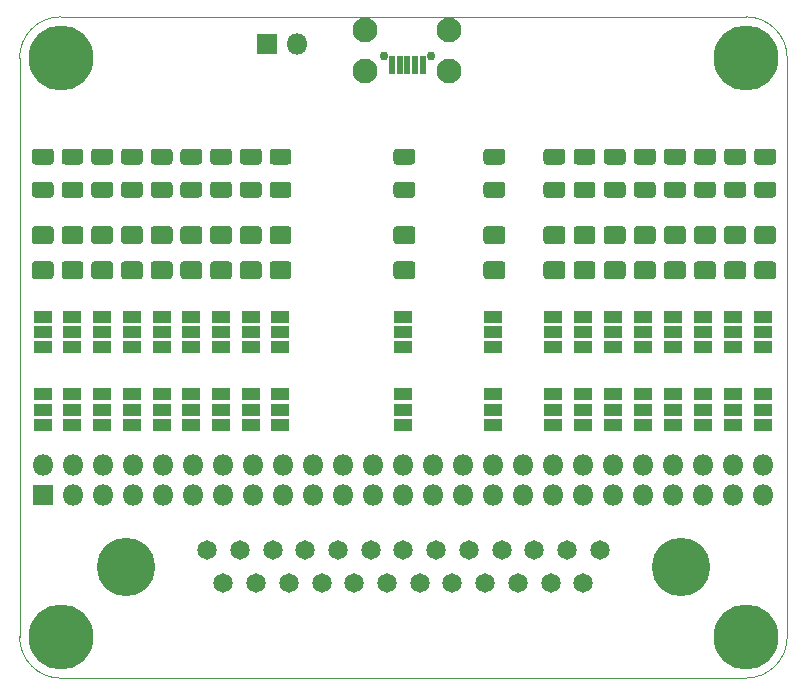
<source format=gbr>
%TF.GenerationSoftware,KiCad,Pcbnew,(5.1.6-0-10_14)*%
%TF.CreationDate,2020-08-20T20:18:55-05:00*%
%TF.ProjectId,rascsi_tester,72617363-7369-45f7-9465-737465722e6b,rev?*%
%TF.SameCoordinates,PX59d60c0PY325aa00*%
%TF.FileFunction,Soldermask,Top*%
%TF.FilePolarity,Negative*%
%FSLAX46Y46*%
G04 Gerber Fmt 4.6, Leading zero omitted, Abs format (unit mm)*
G04 Created by KiCad (PCBNEW (5.1.6-0-10_14)) date 2020-08-20 20:18:55*
%MOMM*%
%LPD*%
G01*
G04 APERTURE LIST*
%TA.AperFunction,Profile*%
%ADD10C,0.050000*%
%TD*%
%ADD11R,1.600000X1.100000*%
%ADD12O,1.800000X1.800000*%
%ADD13R,1.800000X1.800000*%
%ADD14C,4.945000*%
%ADD15C,1.645000*%
%ADD16C,0.750000*%
%ADD17C,2.100000*%
%ADD18R,0.500000X1.500000*%
%ADD19C,0.900000*%
%ADD20C,5.500000*%
G04 APERTURE END LIST*
D10*
X83800000Y-45696000D02*
X141800000Y-45696000D01*
X83800000Y-45696000D02*
G75*
G02*
X80300000Y-42196000I0J3500000D01*
G01*
X145300000Y-42196000D02*
G75*
G02*
X141800000Y-45696000I-3500000J0D01*
G01*
X80300000Y6800000D02*
X80300000Y-42196000D01*
X145300000Y6800000D02*
X145300000Y-42196000D01*
X83800000Y10300000D02*
X141800000Y10300000D01*
X80300000Y6800000D02*
G75*
G02*
X83800000Y10300000I3500000J0D01*
G01*
X141800000Y10300000D02*
G75*
G02*
X145300000Y6800000I0J-3500000D01*
G01*
D11*
%TO.C,JP19*%
X99879809Y-16390000D03*
X99879809Y-15090000D03*
X99879809Y-17690000D03*
%TD*%
D12*
%TO.C,J2*%
X143226500Y-27654500D03*
X143226500Y-30194500D03*
X140686500Y-27654500D03*
X140686500Y-30194500D03*
X138146500Y-27654500D03*
X138146500Y-30194500D03*
X135606500Y-27654500D03*
X135606500Y-30194500D03*
X133066500Y-27654500D03*
X133066500Y-30194500D03*
X130526500Y-27654500D03*
X130526500Y-30194500D03*
X127986500Y-27654500D03*
X127986500Y-30194500D03*
X125446500Y-27654500D03*
X125446500Y-30194500D03*
X122906500Y-27654500D03*
X122906500Y-30194500D03*
X120366500Y-27654500D03*
X120366500Y-30194500D03*
X117826500Y-27654500D03*
X117826500Y-30194500D03*
X115286500Y-27654500D03*
X115286500Y-30194500D03*
X112746500Y-27654500D03*
X112746500Y-30194500D03*
X110206500Y-27654500D03*
X110206500Y-30194500D03*
X107666500Y-27654500D03*
X107666500Y-30194500D03*
X105126500Y-27654500D03*
X105126500Y-30194500D03*
X102586500Y-27654500D03*
X102586500Y-30194500D03*
X100046500Y-27654500D03*
X100046500Y-30194500D03*
X97506500Y-27654500D03*
X97506500Y-30194500D03*
X94966500Y-27654500D03*
X94966500Y-30194500D03*
X92426500Y-27654500D03*
X92426500Y-30194500D03*
X89886500Y-27654500D03*
X89886500Y-30194500D03*
X87346500Y-27654500D03*
X87346500Y-30194500D03*
X84806500Y-27654500D03*
X84806500Y-30194500D03*
X82266500Y-27654500D03*
D13*
X82266500Y-30194500D03*
%TD*%
D14*
%TO.C,J4*%
X89281600Y-36250000D03*
X136321600Y-36250000D03*
D15*
X97566600Y-37670000D03*
X100336600Y-37670000D03*
X103106600Y-37670000D03*
X105876600Y-37670000D03*
X108646600Y-37670000D03*
X111416600Y-37670000D03*
X114186600Y-37670000D03*
X116956600Y-37670000D03*
X119726600Y-37670000D03*
X122496600Y-37670000D03*
X125266600Y-37670000D03*
X128036600Y-37670000D03*
X96181600Y-34830000D03*
X98951600Y-34830000D03*
X101721600Y-34830000D03*
X104491600Y-34830000D03*
X107261600Y-34830000D03*
X110031600Y-34830000D03*
X112801600Y-34830000D03*
X115571600Y-34830000D03*
X118341600Y-34830000D03*
X121111600Y-34830000D03*
X123881600Y-34830000D03*
X126651600Y-34830000D03*
X129421600Y-34830000D03*
%TD*%
%TO.C,D19*%
G36*
G01*
X98018622Y-2214000D02*
X96708622Y-2214000D01*
G75*
G02*
X96438622Y-1944000I0J270000D01*
G01*
X96438622Y-1134000D01*
G75*
G02*
X96708622Y-864000I270000J0D01*
G01*
X98018622Y-864000D01*
G75*
G02*
X98288622Y-1134000I0J-270000D01*
G01*
X98288622Y-1944000D01*
G75*
G02*
X98018622Y-2214000I-270000J0D01*
G01*
G37*
G36*
G01*
X98018622Y-5014000D02*
X96708622Y-5014000D01*
G75*
G02*
X96438622Y-4744000I0J270000D01*
G01*
X96438622Y-3934000D01*
G75*
G02*
X96708622Y-3664000I270000J0D01*
G01*
X98018622Y-3664000D01*
G75*
G02*
X98288622Y-3934000I0J-270000D01*
G01*
X98288622Y-4744000D01*
G75*
G02*
X98018622Y-5014000I-270000J0D01*
G01*
G37*
%TD*%
%TO.C,D18*%
G36*
G01*
X95502435Y-2214000D02*
X94192435Y-2214000D01*
G75*
G02*
X93922435Y-1944000I0J270000D01*
G01*
X93922435Y-1134000D01*
G75*
G02*
X94192435Y-864000I270000J0D01*
G01*
X95502435Y-864000D01*
G75*
G02*
X95772435Y-1134000I0J-270000D01*
G01*
X95772435Y-1944000D01*
G75*
G02*
X95502435Y-2214000I-270000J0D01*
G01*
G37*
G36*
G01*
X95502435Y-5014000D02*
X94192435Y-5014000D01*
G75*
G02*
X93922435Y-4744000I0J270000D01*
G01*
X93922435Y-3934000D01*
G75*
G02*
X94192435Y-3664000I270000J0D01*
G01*
X95502435Y-3664000D01*
G75*
G02*
X95772435Y-3934000I0J-270000D01*
G01*
X95772435Y-4744000D01*
G75*
G02*
X95502435Y-5014000I-270000J0D01*
G01*
G37*
%TD*%
%TO.C,D17*%
G36*
G01*
X113544000Y-2214000D02*
X112234000Y-2214000D01*
G75*
G02*
X111964000Y-1944000I0J270000D01*
G01*
X111964000Y-1134000D01*
G75*
G02*
X112234000Y-864000I270000J0D01*
G01*
X113544000Y-864000D01*
G75*
G02*
X113814000Y-1134000I0J-270000D01*
G01*
X113814000Y-1944000D01*
G75*
G02*
X113544000Y-2214000I-270000J0D01*
G01*
G37*
G36*
G01*
X113544000Y-5014000D02*
X112234000Y-5014000D01*
G75*
G02*
X111964000Y-4744000I0J270000D01*
G01*
X111964000Y-3934000D01*
G75*
G02*
X112234000Y-3664000I270000J0D01*
G01*
X113544000Y-3664000D01*
G75*
G02*
X113814000Y-3934000I0J-270000D01*
G01*
X113814000Y-4744000D01*
G75*
G02*
X113544000Y-5014000I-270000J0D01*
G01*
G37*
%TD*%
%TO.C,D16*%
G36*
G01*
X92986248Y-2214000D02*
X91676248Y-2214000D01*
G75*
G02*
X91406248Y-1944000I0J270000D01*
G01*
X91406248Y-1134000D01*
G75*
G02*
X91676248Y-864000I270000J0D01*
G01*
X92986248Y-864000D01*
G75*
G02*
X93256248Y-1134000I0J-270000D01*
G01*
X93256248Y-1944000D01*
G75*
G02*
X92986248Y-2214000I-270000J0D01*
G01*
G37*
G36*
G01*
X92986248Y-5014000D02*
X91676248Y-5014000D01*
G75*
G02*
X91406248Y-4744000I0J270000D01*
G01*
X91406248Y-3934000D01*
G75*
G02*
X91676248Y-3664000I270000J0D01*
G01*
X92986248Y-3664000D01*
G75*
G02*
X93256248Y-3934000I0J-270000D01*
G01*
X93256248Y-4744000D01*
G75*
G02*
X92986248Y-5014000I-270000J0D01*
G01*
G37*
%TD*%
%TO.C,D15*%
G36*
G01*
X87953874Y-2214000D02*
X86643874Y-2214000D01*
G75*
G02*
X86373874Y-1944000I0J270000D01*
G01*
X86373874Y-1134000D01*
G75*
G02*
X86643874Y-864000I270000J0D01*
G01*
X87953874Y-864000D01*
G75*
G02*
X88223874Y-1134000I0J-270000D01*
G01*
X88223874Y-1944000D01*
G75*
G02*
X87953874Y-2214000I-270000J0D01*
G01*
G37*
G36*
G01*
X87953874Y-5014000D02*
X86643874Y-5014000D01*
G75*
G02*
X86373874Y-4744000I0J270000D01*
G01*
X86373874Y-3934000D01*
G75*
G02*
X86643874Y-3664000I270000J0D01*
G01*
X87953874Y-3664000D01*
G75*
G02*
X88223874Y-3934000I0J-270000D01*
G01*
X88223874Y-4744000D01*
G75*
G02*
X87953874Y-5014000I-270000J0D01*
G01*
G37*
%TD*%
%TO.C,D14*%
G36*
G01*
X103050996Y-2214000D02*
X101740996Y-2214000D01*
G75*
G02*
X101470996Y-1944000I0J270000D01*
G01*
X101470996Y-1134000D01*
G75*
G02*
X101740996Y-864000I270000J0D01*
G01*
X103050996Y-864000D01*
G75*
G02*
X103320996Y-1134000I0J-270000D01*
G01*
X103320996Y-1944000D01*
G75*
G02*
X103050996Y-2214000I-270000J0D01*
G01*
G37*
G36*
G01*
X103050996Y-5014000D02*
X101740996Y-5014000D01*
G75*
G02*
X101470996Y-4744000I0J270000D01*
G01*
X101470996Y-3934000D01*
G75*
G02*
X101740996Y-3664000I270000J0D01*
G01*
X103050996Y-3664000D01*
G75*
G02*
X103320996Y-3934000I0J-270000D01*
G01*
X103320996Y-4744000D01*
G75*
G02*
X103050996Y-5014000I-270000J0D01*
G01*
G37*
%TD*%
%TO.C,D13*%
G36*
G01*
X136440284Y-2214000D02*
X135130284Y-2214000D01*
G75*
G02*
X134860284Y-1944000I0J270000D01*
G01*
X134860284Y-1134000D01*
G75*
G02*
X135130284Y-864000I270000J0D01*
G01*
X136440284Y-864000D01*
G75*
G02*
X136710284Y-1134000I0J-270000D01*
G01*
X136710284Y-1944000D01*
G75*
G02*
X136440284Y-2214000I-270000J0D01*
G01*
G37*
G36*
G01*
X136440284Y-5014000D02*
X135130284Y-5014000D01*
G75*
G02*
X134860284Y-4744000I0J270000D01*
G01*
X134860284Y-3934000D01*
G75*
G02*
X135130284Y-3664000I270000J0D01*
G01*
X136440284Y-3664000D01*
G75*
G02*
X136710284Y-3934000I0J-270000D01*
G01*
X136710284Y-4744000D01*
G75*
G02*
X136440284Y-5014000I-270000J0D01*
G01*
G37*
%TD*%
%TO.C,D12*%
G36*
G01*
X121164000Y-2214000D02*
X119854000Y-2214000D01*
G75*
G02*
X119584000Y-1944000I0J270000D01*
G01*
X119584000Y-1134000D01*
G75*
G02*
X119854000Y-864000I270000J0D01*
G01*
X121164000Y-864000D01*
G75*
G02*
X121434000Y-1134000I0J-270000D01*
G01*
X121434000Y-1944000D01*
G75*
G02*
X121164000Y-2214000I-270000J0D01*
G01*
G37*
G36*
G01*
X121164000Y-5014000D02*
X119854000Y-5014000D01*
G75*
G02*
X119584000Y-4744000I0J270000D01*
G01*
X119584000Y-3934000D01*
G75*
G02*
X119854000Y-3664000I270000J0D01*
G01*
X121164000Y-3664000D01*
G75*
G02*
X121434000Y-3934000I0J-270000D01*
G01*
X121434000Y-4744000D01*
G75*
G02*
X121164000Y-5014000I-270000J0D01*
G01*
G37*
%TD*%
%TO.C,D11*%
G36*
G01*
X138989355Y-2214000D02*
X137679355Y-2214000D01*
G75*
G02*
X137409355Y-1944000I0J270000D01*
G01*
X137409355Y-1134000D01*
G75*
G02*
X137679355Y-864000I270000J0D01*
G01*
X138989355Y-864000D01*
G75*
G02*
X139259355Y-1134000I0J-270000D01*
G01*
X139259355Y-1944000D01*
G75*
G02*
X138989355Y-2214000I-270000J0D01*
G01*
G37*
G36*
G01*
X138989355Y-5014000D02*
X137679355Y-5014000D01*
G75*
G02*
X137409355Y-4744000I0J270000D01*
G01*
X137409355Y-3934000D01*
G75*
G02*
X137679355Y-3664000I270000J0D01*
G01*
X138989355Y-3664000D01*
G75*
G02*
X139259355Y-3934000I0J-270000D01*
G01*
X139259355Y-4744000D01*
G75*
G02*
X138989355Y-5014000I-270000J0D01*
G01*
G37*
%TD*%
%TO.C,D10*%
G36*
G01*
X100534809Y-2214000D02*
X99224809Y-2214000D01*
G75*
G02*
X98954809Y-1944000I0J270000D01*
G01*
X98954809Y-1134000D01*
G75*
G02*
X99224809Y-864000I270000J0D01*
G01*
X100534809Y-864000D01*
G75*
G02*
X100804809Y-1134000I0J-270000D01*
G01*
X100804809Y-1944000D01*
G75*
G02*
X100534809Y-2214000I-270000J0D01*
G01*
G37*
G36*
G01*
X100534809Y-5014000D02*
X99224809Y-5014000D01*
G75*
G02*
X98954809Y-4744000I0J270000D01*
G01*
X98954809Y-3934000D01*
G75*
G02*
X99224809Y-3664000I270000J0D01*
G01*
X100534809Y-3664000D01*
G75*
G02*
X100804809Y-3934000I0J-270000D01*
G01*
X100804809Y-4744000D01*
G75*
G02*
X100534809Y-5014000I-270000J0D01*
G01*
G37*
%TD*%
%TO.C,D9*%
G36*
G01*
X85437687Y-2214000D02*
X84127687Y-2214000D01*
G75*
G02*
X83857687Y-1944000I0J270000D01*
G01*
X83857687Y-1134000D01*
G75*
G02*
X84127687Y-864000I270000J0D01*
G01*
X85437687Y-864000D01*
G75*
G02*
X85707687Y-1134000I0J-270000D01*
G01*
X85707687Y-1944000D01*
G75*
G02*
X85437687Y-2214000I-270000J0D01*
G01*
G37*
G36*
G01*
X85437687Y-5014000D02*
X84127687Y-5014000D01*
G75*
G02*
X83857687Y-4744000I0J270000D01*
G01*
X83857687Y-3934000D01*
G75*
G02*
X84127687Y-3664000I270000J0D01*
G01*
X85437687Y-3664000D01*
G75*
G02*
X85707687Y-3934000I0J-270000D01*
G01*
X85707687Y-4744000D01*
G75*
G02*
X85437687Y-5014000I-270000J0D01*
G01*
G37*
%TD*%
%TO.C,D8*%
G36*
G01*
X90470061Y-2214000D02*
X89160061Y-2214000D01*
G75*
G02*
X88890061Y-1944000I0J270000D01*
G01*
X88890061Y-1134000D01*
G75*
G02*
X89160061Y-864000I270000J0D01*
G01*
X90470061Y-864000D01*
G75*
G02*
X90740061Y-1134000I0J-270000D01*
G01*
X90740061Y-1944000D01*
G75*
G02*
X90470061Y-2214000I-270000J0D01*
G01*
G37*
G36*
G01*
X90470061Y-5014000D02*
X89160061Y-5014000D01*
G75*
G02*
X88890061Y-4744000I0J270000D01*
G01*
X88890061Y-3934000D01*
G75*
G02*
X89160061Y-3664000I270000J0D01*
G01*
X90470061Y-3664000D01*
G75*
G02*
X90740061Y-3934000I0J-270000D01*
G01*
X90740061Y-4744000D01*
G75*
G02*
X90470061Y-5014000I-270000J0D01*
G01*
G37*
%TD*%
%TO.C,D7*%
G36*
G01*
X82921500Y-2214000D02*
X81611500Y-2214000D01*
G75*
G02*
X81341500Y-1944000I0J270000D01*
G01*
X81341500Y-1134000D01*
G75*
G02*
X81611500Y-864000I270000J0D01*
G01*
X82921500Y-864000D01*
G75*
G02*
X83191500Y-1134000I0J-270000D01*
G01*
X83191500Y-1944000D01*
G75*
G02*
X82921500Y-2214000I-270000J0D01*
G01*
G37*
G36*
G01*
X82921500Y-5014000D02*
X81611500Y-5014000D01*
G75*
G02*
X81341500Y-4744000I0J270000D01*
G01*
X81341500Y-3934000D01*
G75*
G02*
X81611500Y-3664000I270000J0D01*
G01*
X82921500Y-3664000D01*
G75*
G02*
X83191500Y-3934000I0J-270000D01*
G01*
X83191500Y-4744000D01*
G75*
G02*
X82921500Y-5014000I-270000J0D01*
G01*
G37*
%TD*%
%TO.C,D6*%
G36*
G01*
X128793071Y-2214000D02*
X127483071Y-2214000D01*
G75*
G02*
X127213071Y-1944000I0J270000D01*
G01*
X127213071Y-1134000D01*
G75*
G02*
X127483071Y-864000I270000J0D01*
G01*
X128793071Y-864000D01*
G75*
G02*
X129063071Y-1134000I0J-270000D01*
G01*
X129063071Y-1944000D01*
G75*
G02*
X128793071Y-2214000I-270000J0D01*
G01*
G37*
G36*
G01*
X128793071Y-5014000D02*
X127483071Y-5014000D01*
G75*
G02*
X127213071Y-4744000I0J270000D01*
G01*
X127213071Y-3934000D01*
G75*
G02*
X127483071Y-3664000I270000J0D01*
G01*
X128793071Y-3664000D01*
G75*
G02*
X129063071Y-3934000I0J-270000D01*
G01*
X129063071Y-4744000D01*
G75*
G02*
X128793071Y-5014000I-270000J0D01*
G01*
G37*
%TD*%
%TO.C,D5*%
G36*
G01*
X131342142Y-2214000D02*
X130032142Y-2214000D01*
G75*
G02*
X129762142Y-1944000I0J270000D01*
G01*
X129762142Y-1134000D01*
G75*
G02*
X130032142Y-864000I270000J0D01*
G01*
X131342142Y-864000D01*
G75*
G02*
X131612142Y-1134000I0J-270000D01*
G01*
X131612142Y-1944000D01*
G75*
G02*
X131342142Y-2214000I-270000J0D01*
G01*
G37*
G36*
G01*
X131342142Y-5014000D02*
X130032142Y-5014000D01*
G75*
G02*
X129762142Y-4744000I0J270000D01*
G01*
X129762142Y-3934000D01*
G75*
G02*
X130032142Y-3664000I270000J0D01*
G01*
X131342142Y-3664000D01*
G75*
G02*
X131612142Y-3934000I0J-270000D01*
G01*
X131612142Y-4744000D01*
G75*
G02*
X131342142Y-5014000I-270000J0D01*
G01*
G37*
%TD*%
%TO.C,D4*%
G36*
G01*
X144087500Y-2214000D02*
X142777500Y-2214000D01*
G75*
G02*
X142507500Y-1944000I0J270000D01*
G01*
X142507500Y-1134000D01*
G75*
G02*
X142777500Y-864000I270000J0D01*
G01*
X144087500Y-864000D01*
G75*
G02*
X144357500Y-1134000I0J-270000D01*
G01*
X144357500Y-1944000D01*
G75*
G02*
X144087500Y-2214000I-270000J0D01*
G01*
G37*
G36*
G01*
X144087500Y-5014000D02*
X142777500Y-5014000D01*
G75*
G02*
X142507500Y-4744000I0J270000D01*
G01*
X142507500Y-3934000D01*
G75*
G02*
X142777500Y-3664000I270000J0D01*
G01*
X144087500Y-3664000D01*
G75*
G02*
X144357500Y-3934000I0J-270000D01*
G01*
X144357500Y-4744000D01*
G75*
G02*
X144087500Y-5014000I-270000J0D01*
G01*
G37*
%TD*%
%TO.C,D3*%
G36*
G01*
X133891213Y-2214000D02*
X132581213Y-2214000D01*
G75*
G02*
X132311213Y-1944000I0J270000D01*
G01*
X132311213Y-1134000D01*
G75*
G02*
X132581213Y-864000I270000J0D01*
G01*
X133891213Y-864000D01*
G75*
G02*
X134161213Y-1134000I0J-270000D01*
G01*
X134161213Y-1944000D01*
G75*
G02*
X133891213Y-2214000I-270000J0D01*
G01*
G37*
G36*
G01*
X133891213Y-5014000D02*
X132581213Y-5014000D01*
G75*
G02*
X132311213Y-4744000I0J270000D01*
G01*
X132311213Y-3934000D01*
G75*
G02*
X132581213Y-3664000I270000J0D01*
G01*
X133891213Y-3664000D01*
G75*
G02*
X134161213Y-3934000I0J-270000D01*
G01*
X134161213Y-4744000D01*
G75*
G02*
X133891213Y-5014000I-270000J0D01*
G01*
G37*
%TD*%
%TO.C,D2*%
G36*
G01*
X141538426Y-2214000D02*
X140228426Y-2214000D01*
G75*
G02*
X139958426Y-1944000I0J270000D01*
G01*
X139958426Y-1134000D01*
G75*
G02*
X140228426Y-864000I270000J0D01*
G01*
X141538426Y-864000D01*
G75*
G02*
X141808426Y-1134000I0J-270000D01*
G01*
X141808426Y-1944000D01*
G75*
G02*
X141538426Y-2214000I-270000J0D01*
G01*
G37*
G36*
G01*
X141538426Y-5014000D02*
X140228426Y-5014000D01*
G75*
G02*
X139958426Y-4744000I0J270000D01*
G01*
X139958426Y-3934000D01*
G75*
G02*
X140228426Y-3664000I270000J0D01*
G01*
X141538426Y-3664000D01*
G75*
G02*
X141808426Y-3934000I0J-270000D01*
G01*
X141808426Y-4744000D01*
G75*
G02*
X141538426Y-5014000I-270000J0D01*
G01*
G37*
%TD*%
%TO.C,D1*%
G36*
G01*
X126244000Y-2214000D02*
X124934000Y-2214000D01*
G75*
G02*
X124664000Y-1944000I0J270000D01*
G01*
X124664000Y-1134000D01*
G75*
G02*
X124934000Y-864000I270000J0D01*
G01*
X126244000Y-864000D01*
G75*
G02*
X126514000Y-1134000I0J-270000D01*
G01*
X126514000Y-1944000D01*
G75*
G02*
X126244000Y-2214000I-270000J0D01*
G01*
G37*
G36*
G01*
X126244000Y-5014000D02*
X124934000Y-5014000D01*
G75*
G02*
X124664000Y-4744000I0J270000D01*
G01*
X124664000Y-3934000D01*
G75*
G02*
X124934000Y-3664000I270000J0D01*
G01*
X126244000Y-3664000D01*
G75*
G02*
X126514000Y-3934000I0J-270000D01*
G01*
X126514000Y-4744000D01*
G75*
G02*
X126244000Y-5014000I-270000J0D01*
G01*
G37*
%TD*%
D16*
%TO.C,J1*%
X111127500Y7011000D03*
X115127500Y7011000D03*
D17*
X116702500Y5691000D03*
X109552500Y5691000D03*
X109552500Y9141000D03*
X116702500Y9141000D03*
D18*
X111827500Y6191000D03*
X112477500Y6191000D03*
X113127500Y6191000D03*
X113777500Y6191000D03*
X114427500Y6191000D03*
%TD*%
%TO.C,R19*%
G36*
G01*
X96706166Y-10399500D02*
X98021078Y-10399500D01*
G75*
G02*
X98288622Y-10667044I0J-267544D01*
G01*
X98288622Y-11656956D01*
G75*
G02*
X98021078Y-11924500I-267544J0D01*
G01*
X96706166Y-11924500D01*
G75*
G02*
X96438622Y-11656956I0J267544D01*
G01*
X96438622Y-10667044D01*
G75*
G02*
X96706166Y-10399500I267544J0D01*
G01*
G37*
G36*
G01*
X96706166Y-7424500D02*
X98021078Y-7424500D01*
G75*
G02*
X98288622Y-7692044I0J-267544D01*
G01*
X98288622Y-8681956D01*
G75*
G02*
X98021078Y-8949500I-267544J0D01*
G01*
X96706166Y-8949500D01*
G75*
G02*
X96438622Y-8681956I0J267544D01*
G01*
X96438622Y-7692044D01*
G75*
G02*
X96706166Y-7424500I267544J0D01*
G01*
G37*
%TD*%
%TO.C,R18*%
G36*
G01*
X94189979Y-10399500D02*
X95504891Y-10399500D01*
G75*
G02*
X95772435Y-10667044I0J-267544D01*
G01*
X95772435Y-11656956D01*
G75*
G02*
X95504891Y-11924500I-267544J0D01*
G01*
X94189979Y-11924500D01*
G75*
G02*
X93922435Y-11656956I0J267544D01*
G01*
X93922435Y-10667044D01*
G75*
G02*
X94189979Y-10399500I267544J0D01*
G01*
G37*
G36*
G01*
X94189979Y-7424500D02*
X95504891Y-7424500D01*
G75*
G02*
X95772435Y-7692044I0J-267544D01*
G01*
X95772435Y-8681956D01*
G75*
G02*
X95504891Y-8949500I-267544J0D01*
G01*
X94189979Y-8949500D01*
G75*
G02*
X93922435Y-8681956I0J267544D01*
G01*
X93922435Y-7692044D01*
G75*
G02*
X94189979Y-7424500I267544J0D01*
G01*
G37*
%TD*%
%TO.C,R17*%
G36*
G01*
X112231544Y-10399500D02*
X113546456Y-10399500D01*
G75*
G02*
X113814000Y-10667044I0J-267544D01*
G01*
X113814000Y-11656956D01*
G75*
G02*
X113546456Y-11924500I-267544J0D01*
G01*
X112231544Y-11924500D01*
G75*
G02*
X111964000Y-11656956I0J267544D01*
G01*
X111964000Y-10667044D01*
G75*
G02*
X112231544Y-10399500I267544J0D01*
G01*
G37*
G36*
G01*
X112231544Y-7424500D02*
X113546456Y-7424500D01*
G75*
G02*
X113814000Y-7692044I0J-267544D01*
G01*
X113814000Y-8681956D01*
G75*
G02*
X113546456Y-8949500I-267544J0D01*
G01*
X112231544Y-8949500D01*
G75*
G02*
X111964000Y-8681956I0J267544D01*
G01*
X111964000Y-7692044D01*
G75*
G02*
X112231544Y-7424500I267544J0D01*
G01*
G37*
%TD*%
%TO.C,R16*%
G36*
G01*
X91673792Y-10399500D02*
X92988704Y-10399500D01*
G75*
G02*
X93256248Y-10667044I0J-267544D01*
G01*
X93256248Y-11656956D01*
G75*
G02*
X92988704Y-11924500I-267544J0D01*
G01*
X91673792Y-11924500D01*
G75*
G02*
X91406248Y-11656956I0J267544D01*
G01*
X91406248Y-10667044D01*
G75*
G02*
X91673792Y-10399500I267544J0D01*
G01*
G37*
G36*
G01*
X91673792Y-7424500D02*
X92988704Y-7424500D01*
G75*
G02*
X93256248Y-7692044I0J-267544D01*
G01*
X93256248Y-8681956D01*
G75*
G02*
X92988704Y-8949500I-267544J0D01*
G01*
X91673792Y-8949500D01*
G75*
G02*
X91406248Y-8681956I0J267544D01*
G01*
X91406248Y-7692044D01*
G75*
G02*
X91673792Y-7424500I267544J0D01*
G01*
G37*
%TD*%
%TO.C,R15*%
G36*
G01*
X86641418Y-10399500D02*
X87956330Y-10399500D01*
G75*
G02*
X88223874Y-10667044I0J-267544D01*
G01*
X88223874Y-11656956D01*
G75*
G02*
X87956330Y-11924500I-267544J0D01*
G01*
X86641418Y-11924500D01*
G75*
G02*
X86373874Y-11656956I0J267544D01*
G01*
X86373874Y-10667044D01*
G75*
G02*
X86641418Y-10399500I267544J0D01*
G01*
G37*
G36*
G01*
X86641418Y-7424500D02*
X87956330Y-7424500D01*
G75*
G02*
X88223874Y-7692044I0J-267544D01*
G01*
X88223874Y-8681956D01*
G75*
G02*
X87956330Y-8949500I-267544J0D01*
G01*
X86641418Y-8949500D01*
G75*
G02*
X86373874Y-8681956I0J267544D01*
G01*
X86373874Y-7692044D01*
G75*
G02*
X86641418Y-7424500I267544J0D01*
G01*
G37*
%TD*%
%TO.C,R14*%
G36*
G01*
X101738540Y-10399500D02*
X103053452Y-10399500D01*
G75*
G02*
X103320996Y-10667044I0J-267544D01*
G01*
X103320996Y-11656956D01*
G75*
G02*
X103053452Y-11924500I-267544J0D01*
G01*
X101738540Y-11924500D01*
G75*
G02*
X101470996Y-11656956I0J267544D01*
G01*
X101470996Y-10667044D01*
G75*
G02*
X101738540Y-10399500I267544J0D01*
G01*
G37*
G36*
G01*
X101738540Y-7424500D02*
X103053452Y-7424500D01*
G75*
G02*
X103320996Y-7692044I0J-267544D01*
G01*
X103320996Y-8681956D01*
G75*
G02*
X103053452Y-8949500I-267544J0D01*
G01*
X101738540Y-8949500D01*
G75*
G02*
X101470996Y-8681956I0J267544D01*
G01*
X101470996Y-7692044D01*
G75*
G02*
X101738540Y-7424500I267544J0D01*
G01*
G37*
%TD*%
%TO.C,R13*%
G36*
G01*
X135127828Y-10399500D02*
X136442740Y-10399500D01*
G75*
G02*
X136710284Y-10667044I0J-267544D01*
G01*
X136710284Y-11656956D01*
G75*
G02*
X136442740Y-11924500I-267544J0D01*
G01*
X135127828Y-11924500D01*
G75*
G02*
X134860284Y-11656956I0J267544D01*
G01*
X134860284Y-10667044D01*
G75*
G02*
X135127828Y-10399500I267544J0D01*
G01*
G37*
G36*
G01*
X135127828Y-7424500D02*
X136442740Y-7424500D01*
G75*
G02*
X136710284Y-7692044I0J-267544D01*
G01*
X136710284Y-8681956D01*
G75*
G02*
X136442740Y-8949500I-267544J0D01*
G01*
X135127828Y-8949500D01*
G75*
G02*
X134860284Y-8681956I0J267544D01*
G01*
X134860284Y-7692044D01*
G75*
G02*
X135127828Y-7424500I267544J0D01*
G01*
G37*
%TD*%
%TO.C,R12*%
G36*
G01*
X119851544Y-10399500D02*
X121166456Y-10399500D01*
G75*
G02*
X121434000Y-10667044I0J-267544D01*
G01*
X121434000Y-11656956D01*
G75*
G02*
X121166456Y-11924500I-267544J0D01*
G01*
X119851544Y-11924500D01*
G75*
G02*
X119584000Y-11656956I0J267544D01*
G01*
X119584000Y-10667044D01*
G75*
G02*
X119851544Y-10399500I267544J0D01*
G01*
G37*
G36*
G01*
X119851544Y-7424500D02*
X121166456Y-7424500D01*
G75*
G02*
X121434000Y-7692044I0J-267544D01*
G01*
X121434000Y-8681956D01*
G75*
G02*
X121166456Y-8949500I-267544J0D01*
G01*
X119851544Y-8949500D01*
G75*
G02*
X119584000Y-8681956I0J267544D01*
G01*
X119584000Y-7692044D01*
G75*
G02*
X119851544Y-7424500I267544J0D01*
G01*
G37*
%TD*%
%TO.C,R11*%
G36*
G01*
X137676899Y-10399500D02*
X138991811Y-10399500D01*
G75*
G02*
X139259355Y-10667044I0J-267544D01*
G01*
X139259355Y-11656956D01*
G75*
G02*
X138991811Y-11924500I-267544J0D01*
G01*
X137676899Y-11924500D01*
G75*
G02*
X137409355Y-11656956I0J267544D01*
G01*
X137409355Y-10667044D01*
G75*
G02*
X137676899Y-10399500I267544J0D01*
G01*
G37*
G36*
G01*
X137676899Y-7424500D02*
X138991811Y-7424500D01*
G75*
G02*
X139259355Y-7692044I0J-267544D01*
G01*
X139259355Y-8681956D01*
G75*
G02*
X138991811Y-8949500I-267544J0D01*
G01*
X137676899Y-8949500D01*
G75*
G02*
X137409355Y-8681956I0J267544D01*
G01*
X137409355Y-7692044D01*
G75*
G02*
X137676899Y-7424500I267544J0D01*
G01*
G37*
%TD*%
%TO.C,R10*%
G36*
G01*
X99222353Y-10399500D02*
X100537265Y-10399500D01*
G75*
G02*
X100804809Y-10667044I0J-267544D01*
G01*
X100804809Y-11656956D01*
G75*
G02*
X100537265Y-11924500I-267544J0D01*
G01*
X99222353Y-11924500D01*
G75*
G02*
X98954809Y-11656956I0J267544D01*
G01*
X98954809Y-10667044D01*
G75*
G02*
X99222353Y-10399500I267544J0D01*
G01*
G37*
G36*
G01*
X99222353Y-7424500D02*
X100537265Y-7424500D01*
G75*
G02*
X100804809Y-7692044I0J-267544D01*
G01*
X100804809Y-8681956D01*
G75*
G02*
X100537265Y-8949500I-267544J0D01*
G01*
X99222353Y-8949500D01*
G75*
G02*
X98954809Y-8681956I0J267544D01*
G01*
X98954809Y-7692044D01*
G75*
G02*
X99222353Y-7424500I267544J0D01*
G01*
G37*
%TD*%
%TO.C,R9*%
G36*
G01*
X84125231Y-10399500D02*
X85440143Y-10399500D01*
G75*
G02*
X85707687Y-10667044I0J-267544D01*
G01*
X85707687Y-11656956D01*
G75*
G02*
X85440143Y-11924500I-267544J0D01*
G01*
X84125231Y-11924500D01*
G75*
G02*
X83857687Y-11656956I0J267544D01*
G01*
X83857687Y-10667044D01*
G75*
G02*
X84125231Y-10399500I267544J0D01*
G01*
G37*
G36*
G01*
X84125231Y-7424500D02*
X85440143Y-7424500D01*
G75*
G02*
X85707687Y-7692044I0J-267544D01*
G01*
X85707687Y-8681956D01*
G75*
G02*
X85440143Y-8949500I-267544J0D01*
G01*
X84125231Y-8949500D01*
G75*
G02*
X83857687Y-8681956I0J267544D01*
G01*
X83857687Y-7692044D01*
G75*
G02*
X84125231Y-7424500I267544J0D01*
G01*
G37*
%TD*%
%TO.C,R8*%
G36*
G01*
X89157605Y-10399500D02*
X90472517Y-10399500D01*
G75*
G02*
X90740061Y-10667044I0J-267544D01*
G01*
X90740061Y-11656956D01*
G75*
G02*
X90472517Y-11924500I-267544J0D01*
G01*
X89157605Y-11924500D01*
G75*
G02*
X88890061Y-11656956I0J267544D01*
G01*
X88890061Y-10667044D01*
G75*
G02*
X89157605Y-10399500I267544J0D01*
G01*
G37*
G36*
G01*
X89157605Y-7424500D02*
X90472517Y-7424500D01*
G75*
G02*
X90740061Y-7692044I0J-267544D01*
G01*
X90740061Y-8681956D01*
G75*
G02*
X90472517Y-8949500I-267544J0D01*
G01*
X89157605Y-8949500D01*
G75*
G02*
X88890061Y-8681956I0J267544D01*
G01*
X88890061Y-7692044D01*
G75*
G02*
X89157605Y-7424500I267544J0D01*
G01*
G37*
%TD*%
%TO.C,R7*%
G36*
G01*
X81609044Y-10399500D02*
X82923956Y-10399500D01*
G75*
G02*
X83191500Y-10667044I0J-267544D01*
G01*
X83191500Y-11656956D01*
G75*
G02*
X82923956Y-11924500I-267544J0D01*
G01*
X81609044Y-11924500D01*
G75*
G02*
X81341500Y-11656956I0J267544D01*
G01*
X81341500Y-10667044D01*
G75*
G02*
X81609044Y-10399500I267544J0D01*
G01*
G37*
G36*
G01*
X81609044Y-7424500D02*
X82923956Y-7424500D01*
G75*
G02*
X83191500Y-7692044I0J-267544D01*
G01*
X83191500Y-8681956D01*
G75*
G02*
X82923956Y-8949500I-267544J0D01*
G01*
X81609044Y-8949500D01*
G75*
G02*
X81341500Y-8681956I0J267544D01*
G01*
X81341500Y-7692044D01*
G75*
G02*
X81609044Y-7424500I267544J0D01*
G01*
G37*
%TD*%
%TO.C,R6*%
G36*
G01*
X127480615Y-10399500D02*
X128795527Y-10399500D01*
G75*
G02*
X129063071Y-10667044I0J-267544D01*
G01*
X129063071Y-11656956D01*
G75*
G02*
X128795527Y-11924500I-267544J0D01*
G01*
X127480615Y-11924500D01*
G75*
G02*
X127213071Y-11656956I0J267544D01*
G01*
X127213071Y-10667044D01*
G75*
G02*
X127480615Y-10399500I267544J0D01*
G01*
G37*
G36*
G01*
X127480615Y-7424500D02*
X128795527Y-7424500D01*
G75*
G02*
X129063071Y-7692044I0J-267544D01*
G01*
X129063071Y-8681956D01*
G75*
G02*
X128795527Y-8949500I-267544J0D01*
G01*
X127480615Y-8949500D01*
G75*
G02*
X127213071Y-8681956I0J267544D01*
G01*
X127213071Y-7692044D01*
G75*
G02*
X127480615Y-7424500I267544J0D01*
G01*
G37*
%TD*%
%TO.C,R5*%
G36*
G01*
X130029686Y-10399500D02*
X131344598Y-10399500D01*
G75*
G02*
X131612142Y-10667044I0J-267544D01*
G01*
X131612142Y-11656956D01*
G75*
G02*
X131344598Y-11924500I-267544J0D01*
G01*
X130029686Y-11924500D01*
G75*
G02*
X129762142Y-11656956I0J267544D01*
G01*
X129762142Y-10667044D01*
G75*
G02*
X130029686Y-10399500I267544J0D01*
G01*
G37*
G36*
G01*
X130029686Y-7424500D02*
X131344598Y-7424500D01*
G75*
G02*
X131612142Y-7692044I0J-267544D01*
G01*
X131612142Y-8681956D01*
G75*
G02*
X131344598Y-8949500I-267544J0D01*
G01*
X130029686Y-8949500D01*
G75*
G02*
X129762142Y-8681956I0J267544D01*
G01*
X129762142Y-7692044D01*
G75*
G02*
X130029686Y-7424500I267544J0D01*
G01*
G37*
%TD*%
%TO.C,R4*%
G36*
G01*
X142775044Y-10399500D02*
X144089956Y-10399500D01*
G75*
G02*
X144357500Y-10667044I0J-267544D01*
G01*
X144357500Y-11656956D01*
G75*
G02*
X144089956Y-11924500I-267544J0D01*
G01*
X142775044Y-11924500D01*
G75*
G02*
X142507500Y-11656956I0J267544D01*
G01*
X142507500Y-10667044D01*
G75*
G02*
X142775044Y-10399500I267544J0D01*
G01*
G37*
G36*
G01*
X142775044Y-7424500D02*
X144089956Y-7424500D01*
G75*
G02*
X144357500Y-7692044I0J-267544D01*
G01*
X144357500Y-8681956D01*
G75*
G02*
X144089956Y-8949500I-267544J0D01*
G01*
X142775044Y-8949500D01*
G75*
G02*
X142507500Y-8681956I0J267544D01*
G01*
X142507500Y-7692044D01*
G75*
G02*
X142775044Y-7424500I267544J0D01*
G01*
G37*
%TD*%
%TO.C,R3*%
G36*
G01*
X132578757Y-10399500D02*
X133893669Y-10399500D01*
G75*
G02*
X134161213Y-10667044I0J-267544D01*
G01*
X134161213Y-11656956D01*
G75*
G02*
X133893669Y-11924500I-267544J0D01*
G01*
X132578757Y-11924500D01*
G75*
G02*
X132311213Y-11656956I0J267544D01*
G01*
X132311213Y-10667044D01*
G75*
G02*
X132578757Y-10399500I267544J0D01*
G01*
G37*
G36*
G01*
X132578757Y-7424500D02*
X133893669Y-7424500D01*
G75*
G02*
X134161213Y-7692044I0J-267544D01*
G01*
X134161213Y-8681956D01*
G75*
G02*
X133893669Y-8949500I-267544J0D01*
G01*
X132578757Y-8949500D01*
G75*
G02*
X132311213Y-8681956I0J267544D01*
G01*
X132311213Y-7692044D01*
G75*
G02*
X132578757Y-7424500I267544J0D01*
G01*
G37*
%TD*%
%TO.C,R2*%
G36*
G01*
X140225970Y-10399500D02*
X141540882Y-10399500D01*
G75*
G02*
X141808426Y-10667044I0J-267544D01*
G01*
X141808426Y-11656956D01*
G75*
G02*
X141540882Y-11924500I-267544J0D01*
G01*
X140225970Y-11924500D01*
G75*
G02*
X139958426Y-11656956I0J267544D01*
G01*
X139958426Y-10667044D01*
G75*
G02*
X140225970Y-10399500I267544J0D01*
G01*
G37*
G36*
G01*
X140225970Y-7424500D02*
X141540882Y-7424500D01*
G75*
G02*
X141808426Y-7692044I0J-267544D01*
G01*
X141808426Y-8681956D01*
G75*
G02*
X141540882Y-8949500I-267544J0D01*
G01*
X140225970Y-8949500D01*
G75*
G02*
X139958426Y-8681956I0J267544D01*
G01*
X139958426Y-7692044D01*
G75*
G02*
X140225970Y-7424500I267544J0D01*
G01*
G37*
%TD*%
%TO.C,R1*%
G36*
G01*
X124931544Y-10399500D02*
X126246456Y-10399500D01*
G75*
G02*
X126514000Y-10667044I0J-267544D01*
G01*
X126514000Y-11656956D01*
G75*
G02*
X126246456Y-11924500I-267544J0D01*
G01*
X124931544Y-11924500D01*
G75*
G02*
X124664000Y-11656956I0J267544D01*
G01*
X124664000Y-10667044D01*
G75*
G02*
X124931544Y-10399500I267544J0D01*
G01*
G37*
G36*
G01*
X124931544Y-7424500D02*
X126246456Y-7424500D01*
G75*
G02*
X126514000Y-7692044I0J-267544D01*
G01*
X126514000Y-8681956D01*
G75*
G02*
X126246456Y-8949500I-267544J0D01*
G01*
X124931544Y-8949500D01*
G75*
G02*
X124664000Y-8681956I0J267544D01*
G01*
X124664000Y-7692044D01*
G75*
G02*
X124931544Y-7424500I267544J0D01*
G01*
G37*
%TD*%
D11*
%TO.C,JP38*%
X97363622Y-22955500D03*
X97363622Y-21655500D03*
X97363622Y-24255500D03*
%TD*%
%TO.C,JP37*%
X97363622Y-16390000D03*
X97363622Y-15090000D03*
X97363622Y-17690000D03*
%TD*%
%TO.C,JP36*%
X94847435Y-22955500D03*
X94847435Y-21655500D03*
X94847435Y-24255500D03*
%TD*%
%TO.C,JP35*%
X94847435Y-16390000D03*
X94847435Y-15090000D03*
X94847435Y-17690000D03*
%TD*%
%TO.C,JP34*%
X112746500Y-22955500D03*
X112746500Y-21655500D03*
X112746500Y-24255500D03*
%TD*%
%TO.C,JP33*%
X112810000Y-16390000D03*
X112810000Y-15090000D03*
X112810000Y-17690000D03*
%TD*%
%TO.C,JP32*%
X92331248Y-22955500D03*
X92331248Y-21655500D03*
X92331248Y-24255500D03*
%TD*%
%TO.C,JP31*%
X92331248Y-16390000D03*
X92331248Y-15090000D03*
X92331248Y-17690000D03*
%TD*%
%TO.C,JP30*%
X87298874Y-22955500D03*
X87298874Y-21655500D03*
X87298874Y-24255500D03*
%TD*%
%TO.C,JP29*%
X87298874Y-16390000D03*
X87298874Y-15090000D03*
X87298874Y-17690000D03*
%TD*%
%TO.C,JP28*%
X102395996Y-22955500D03*
X102395996Y-21655500D03*
X102395996Y-24255500D03*
%TD*%
%TO.C,JP27*%
X102395996Y-16390000D03*
X102395996Y-15090000D03*
X102395996Y-17690000D03*
%TD*%
%TO.C,JP26*%
X135642784Y-22955500D03*
X135642784Y-21655500D03*
X135642784Y-24255500D03*
%TD*%
%TO.C,JP25*%
X135642784Y-16390000D03*
X135642784Y-15090000D03*
X135642784Y-17690000D03*
%TD*%
%TO.C,JP24*%
X120366500Y-22955500D03*
X120366500Y-21655500D03*
X120366500Y-24255500D03*
%TD*%
%TO.C,JP23*%
X120366500Y-16390000D03*
X120366500Y-15090000D03*
X120366500Y-17690000D03*
%TD*%
%TO.C,JP22*%
X138191855Y-22955500D03*
X138191855Y-21655500D03*
X138191855Y-24255500D03*
%TD*%
%TO.C,JP21*%
X138191855Y-16390000D03*
X138191855Y-15090000D03*
X138191855Y-17690000D03*
%TD*%
%TO.C,JP20*%
X99879809Y-22955500D03*
X99879809Y-21655500D03*
X99879809Y-24255500D03*
%TD*%
%TO.C,JP18*%
X84782687Y-22955500D03*
X84782687Y-21655500D03*
X84782687Y-24255500D03*
%TD*%
%TO.C,JP17*%
X84782687Y-16390000D03*
X84782687Y-15090000D03*
X84782687Y-17690000D03*
%TD*%
%TO.C,JP16*%
X89815061Y-22955500D03*
X89815061Y-21655500D03*
X89815061Y-24255500D03*
%TD*%
%TO.C,JP15*%
X89815061Y-16390000D03*
X89815061Y-15090000D03*
X89815061Y-17690000D03*
%TD*%
%TO.C,JP14*%
X82266500Y-22955500D03*
X82266500Y-21655500D03*
X82266500Y-24255500D03*
%TD*%
%TO.C,JP13*%
X82266500Y-16390000D03*
X82266500Y-15090000D03*
X82266500Y-17690000D03*
%TD*%
%TO.C,JP12*%
X127995571Y-22955500D03*
X127995571Y-21655500D03*
X127995571Y-24255500D03*
%TD*%
%TO.C,JP11*%
X127995571Y-16390000D03*
X127995571Y-15090000D03*
X127995571Y-17690000D03*
%TD*%
%TO.C,JP10*%
X130544642Y-22955500D03*
X130544642Y-21655500D03*
X130544642Y-24255500D03*
%TD*%
%TO.C,JP9*%
X130544642Y-16390000D03*
X130544642Y-15090000D03*
X130544642Y-17690000D03*
%TD*%
%TO.C,JP8*%
X143289997Y-22955500D03*
X143289997Y-21655500D03*
X143289997Y-24255500D03*
%TD*%
%TO.C,JP7*%
X143289997Y-16390000D03*
X143289997Y-15090000D03*
X143289997Y-17690000D03*
%TD*%
%TO.C,JP6*%
X133093713Y-22955500D03*
X133093713Y-21655500D03*
X133093713Y-24255500D03*
%TD*%
%TO.C,JP5*%
X133093713Y-16390000D03*
X133093713Y-15090000D03*
X133093713Y-17690000D03*
%TD*%
%TO.C,JP4*%
X140740926Y-22955500D03*
X140740926Y-21655500D03*
X140740926Y-24255500D03*
%TD*%
%TO.C,JP3*%
X140740926Y-16390000D03*
X140740926Y-15090000D03*
X140740926Y-17690000D03*
%TD*%
%TO.C,JP2*%
X125446500Y-22955500D03*
X125446500Y-21655500D03*
X125446500Y-24255500D03*
%TD*%
%TO.C,JP1*%
X125446500Y-16390000D03*
X125446500Y-15090000D03*
X125446500Y-17690000D03*
%TD*%
D12*
%TO.C,J3*%
X103793000Y7969000D03*
D13*
X101253000Y7969000D03*
%TD*%
D19*
%TO.C,H2*%
X143231891Y8231891D03*
X141800000Y8825000D03*
X140368109Y8231891D03*
X139775000Y6800000D03*
X140368109Y5368109D03*
X141800000Y4775000D03*
X143231891Y5368109D03*
X143825000Y6800000D03*
D20*
X141800000Y6800000D03*
%TD*%
D19*
%TO.C,H1*%
X85231891Y8231891D03*
X83800000Y8825000D03*
X82368109Y8231891D03*
X81775000Y6800000D03*
X82368109Y5368109D03*
X83800000Y4775000D03*
X85231891Y5368109D03*
X85825000Y6800000D03*
D20*
X83800000Y6800000D03*
%TD*%
D19*
%TO.C,H6*%
X143231891Y-40768109D03*
X141800000Y-40175000D03*
X140368109Y-40768109D03*
X139775000Y-42200000D03*
X140368109Y-43631891D03*
X141800000Y-44225000D03*
X143231891Y-43631891D03*
X143825000Y-42200000D03*
D20*
X141800000Y-42200000D03*
%TD*%
D19*
%TO.C,H5*%
X85231891Y-40768109D03*
X83800000Y-40175000D03*
X82368109Y-40768109D03*
X81775000Y-42200000D03*
X82368109Y-43631891D03*
X83800000Y-44225000D03*
X85231891Y-43631891D03*
X85825000Y-42200000D03*
D20*
X83800000Y-42200000D03*
%TD*%
M02*

</source>
